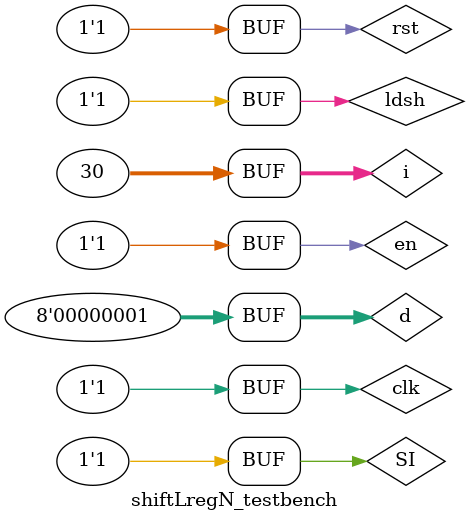
<source format=v>

module shiftLregN_testbench #(parameter N = 8) ();
  reg [N-1:0] d;
  reg clk, rst, en, ldsh, SI; // SI = Shift In
  wire SO;							// SO = Shift Out
  wire [N-1:0] q;
  
  shiftLregN #(.N(8)) DUT (.d(d), .clk(clk), .rst(rst), .en(en), 
                                     .ldsh(ldsh), .SI(SI), .SO(SO), .q(q));
  
  initial
    begin
      $monitor ($time, "rst=%b, en=%b, ldsh=%b, SI=%b, d=%b, SO=%b, q=%b", 
                rst, en, ldsh, SI, d, SO, q);
    end
  
  integer i;
  
  initial
    begin
      $dumpfile("shiftLregN.vcd");
      $dumpvars(1, shiftLregN_testbench);
      
      #0 clk = 0; rst = 1; en = 1; ldsh = 0; SI = 0; d = 0;
      
      for (i = 0; i < 30; i = i + 1)
        begin
          #25 clk <= ~clk;
          #25 clk <= ~clk; rst <= (i%9==4)?0:1; en <= (i%9==7)?0:1; ldsh <= (i%6==5)?1:0; SI <= (i<15)?0:1; d <= d+1;
        end
      
    end
  
endmodule
</source>
